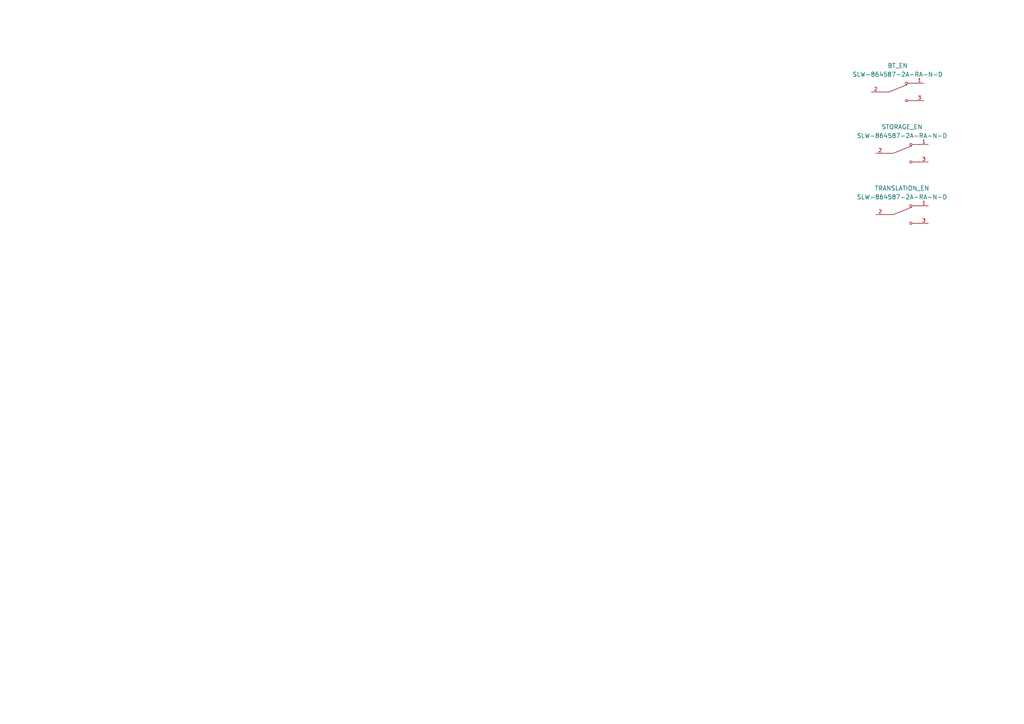
<source format=kicad_sch>
(kicad_sch (version 20250114) (generator "eeschema") (generator_version "9.0")
  (paper "A4")
  (title_block (title "Stenoswitch") (rev "0.1") (company "https://github.com/Bennett-Petzold/port_plover") (comment 1 "NO WARRANTY. See license.") (comment 2 "https://creativecommons.org/licenses/by-sa/4.0/") (comment 3 "© 2025. This work is openly licensed via CC BY-SA 4.0."))
  (lib_symbols
    (symbol "SLW-864587-2A-RA-N-D:SLW-864587-2A-RA-N-D" (pin_names (offset 1.016))
      (property "Reference" "S" (at -2.54 5.08 0))
      (property "Value" "SLW-864587-2A-RA-N-D" (at -2.54 -5.08 0))
      (symbol "SLW-864587-2A-RA-N-D_0_0"
        (polyline (pts (xy -2.54 0) (xy -5.08 0)) (stroke (width 0.1524)))
        (polyline (pts (xy -2.54 0) (xy 2.794 2.1336)) (stroke (width 0.1524)))
        (circle (center 2.54 2.54) (radius 0.3302) (stroke (width 0.1524)))
        (circle (center 2.54 -2.54) (radius 0.3302) (stroke (width 0.1524)))
        (polyline (pts (xy 5.08 2.54) (xy 2.921 2.54)) (stroke (width 0.1524)))
        (polyline (pts (xy 5.08 -2.54) (xy 2.921 -2.54)) (stroke (width 0.1524)))
        (pin passive line (at -7.62 0 0) (length 2.54) (name "~") (number "2"))
        (pin passive line (at 7.62 2.54 180) (length 2.54) (name "~") (number "1"))
        (pin passive line (at 7.62 -2.54 180) (length 2.54) (name "~") (number "3"))
      )
    )
  )
  (symbol (lib_id "SLW-864587-2A-RA-N-D:SLW-864587-2A-RA-N-D") (at 261.62 62.23 0) (unit 1)
    (property "Reference" "TRANSLATION_EN" (at 261.62 54.61 0))
    (property "Value" "SLW-864587-2A-RA-N-D" (at 261.62 57.15 0))
    (property "Footprint" "SLW-864587-2A-RA-N-D:SW_SLW-864587-2A-RA-N-D" (effects (hide yes)))
    (property "PARTREV" "1.01" (effects (hide yes)))
    (property "STANDARD" "Manufacturer Recommendations" (effects (hide yes)))
    (property "MANUFACTURER" "Same Sky" (effects (hide yes)))
  )
  (symbol (lib_id "SLW-864587-2A-RA-N-D:SLW-864587-2A-RA-N-D") (at 261.62 44.45 0) (unit 1)
    (property "Reference" "STORAGE_EN" (at 261.62 36.83 0))
    (property "Value" "SLW-864587-2A-RA-N-D" (at 261.62 39.37 0))
    (property "Footprint" "SLW-864587-2A-RA-N-D:SW_SLW-864587-2A-RA-N-D" (effects (hide yes)))
    (property "PARTREV" "1.01" (effects (hide yes)))
    (property "STANDARD" "Manufacturer Recommendations" (effects (hide yes)))
    (property "MANUFACTURER" "Same Sky" (effects (hide yes)))
  )
  (symbol (lib_id "SLW-864587-2A-RA-N-D:SLW-864587-2A-RA-N-D") (at 260.35 26.67 0) (unit 1)
    (property "Reference" "BT_EN" (at 260.35 19.05 0))
    (property "Value" "SLW-864587-2A-RA-N-D" (at 260.35 21.59 0))
    (property "Footprint" "SLW-864587-2A-RA-N-D:SW_SLW-864587-2A-RA-N-D" (effects (hide yes)))
    (property "PARTREV" "1.01" (effects (hide yes)))
    (property "STANDARD" "Manufacturer Recommendations" (effects (hide yes)))
    (property "MANUFACTURER" "Same Sky" (effects (hide yes)))
  )
)
</source>
